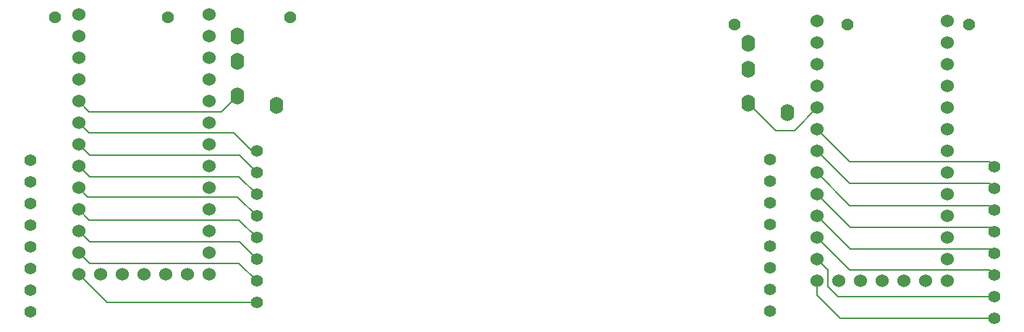
<source format=gbl>
G04 #@! TF.GenerationSoftware,KiCad,Pcbnew,8.0.7-8.0.7-0~ubuntu24.04.1*
G04 #@! TF.CreationDate,2025-01-01T20:03:56-05:00*
G04 #@! TF.ProjectId,promicro_rp2040_pcbholder_wiredver,70726f6d-6963-4726-9f5f-727032303430,rev?*
G04 #@! TF.SameCoordinates,Original*
G04 #@! TF.FileFunction,Copper,L2,Bot*
G04 #@! TF.FilePolarity,Positive*
%FSLAX46Y46*%
G04 Gerber Fmt 4.6, Leading zero omitted, Abs format (unit mm)*
G04 Created by KiCad (PCBNEW 8.0.7-8.0.7-0~ubuntu24.04.1) date 2025-01-01 20:03:56*
%MOMM*%
%LPD*%
G01*
G04 APERTURE LIST*
G04 #@! TA.AperFunction,ComponentPad*
%ADD10C,1.430000*%
G04 #@! TD*
G04 #@! TA.AperFunction,ComponentPad*
%ADD11C,1.400000*%
G04 #@! TD*
G04 #@! TA.AperFunction,ComponentPad*
%ADD12O,1.600000X2.000000*%
G04 #@! TD*
G04 #@! TA.AperFunction,ComponentPad*
%ADD13C,1.524000*%
G04 #@! TD*
G04 #@! TA.AperFunction,Conductor*
%ADD14C,0.200000*%
G04 #@! TD*
G04 APERTURE END LIST*
D10*
G04 #@! TO.P,,*
G04 #@! TO.N,*
X169452501Y-75642080D03*
G04 #@! TD*
G04 #@! TO.P,,*
G04 #@! TO.N,*
X90003826Y-74785830D03*
G04 #@! TD*
D11*
G04 #@! TO.P,J4,8,Pin_8*
G04 #@! TO.N,LRow8*
X199852501Y-110086250D03*
G04 #@! TO.P,J4,7,Pin_7*
G04 #@! TO.N,LRow7*
X199852501Y-107546250D03*
G04 #@! TO.P,J4,6,Pin_6*
G04 #@! TO.N,LRow6*
X199852501Y-105006250D03*
G04 #@! TO.P,J4,5,Pin_5*
G04 #@! TO.N,LRow5*
X199852501Y-102466250D03*
G04 #@! TO.P,J4,4,Pin_4*
G04 #@! TO.N,LRow4*
X199852501Y-99926250D03*
G04 #@! TO.P,J4,3,Pin_3*
G04 #@! TO.N,LRow3*
X199852501Y-97386250D03*
G04 #@! TO.P,J4,2,Pin_2*
G04 #@! TO.N,LRow2*
X199852501Y-94846250D03*
G04 #@! TO.P,J4,1,Pin_1*
G04 #@! TO.N,LRow1*
X199852501Y-92306250D03*
G04 #@! TD*
G04 #@! TO.P,J3,8,Pin_8*
G04 #@! TO.N,LCol8*
X173602501Y-109256250D03*
G04 #@! TO.P,J3,7,Pin_7*
G04 #@! TO.N,LCol7*
X173602501Y-106716250D03*
G04 #@! TO.P,J3,6,Pin_6*
G04 #@! TO.N,LCol6*
X173602501Y-104176250D03*
G04 #@! TO.P,J3,5,Pin_5*
G04 #@! TO.N,LCol5*
X173602501Y-101636250D03*
G04 #@! TO.P,J3,4,Pin_4*
G04 #@! TO.N,LCol4*
X173602501Y-99096250D03*
G04 #@! TO.P,J3,3,Pin_3*
G04 #@! TO.N,LCol3*
X173602501Y-96556250D03*
G04 #@! TO.P,J3,2,Pin_2*
G04 #@! TO.N,LCol2*
X173602501Y-94016250D03*
G04 #@! TO.P,J3,1,Pin_1*
G04 #@! TO.N,LCol1*
X173602501Y-91476250D03*
G04 #@! TD*
G04 #@! TO.P,J2,8,Pin_8*
G04 #@! TO.N,RRow8*
X113602501Y-108280000D03*
G04 #@! TO.P,J2,7,Pin_7*
G04 #@! TO.N,RRow7*
X113602501Y-105740000D03*
G04 #@! TO.P,J2,6,Pin_6*
G04 #@! TO.N,RRow6*
X113602501Y-103200000D03*
G04 #@! TO.P,J2,5,Pin_5*
G04 #@! TO.N,RRow5*
X113602501Y-100660000D03*
G04 #@! TO.P,J2,4,Pin_4*
G04 #@! TO.N,RRow4*
X113602501Y-98120000D03*
G04 #@! TO.P,J2,3,Pin_3*
G04 #@! TO.N,RRow3*
X113602501Y-95580000D03*
G04 #@! TO.P,J2,2,Pin_2*
G04 #@! TO.N,RRow2*
X113602501Y-93040000D03*
G04 #@! TO.P,J2,1,Pin_1*
G04 #@! TO.N,RRow1*
X113602501Y-90500000D03*
G04 #@! TD*
G04 #@! TO.P,J1,8,Pin_8*
G04 #@! TO.N,RCol8*
X87102501Y-109336250D03*
G04 #@! TO.P,J1,7,Pin_7*
G04 #@! TO.N,RCol7*
X87102501Y-106796250D03*
G04 #@! TO.P,J1,6,Pin_6*
G04 #@! TO.N,RCol6*
X87102501Y-104256250D03*
G04 #@! TO.P,J1,5,Pin_5*
G04 #@! TO.N,RCol5*
X87102501Y-101716250D03*
G04 #@! TO.P,J1,4,Pin_4*
G04 #@! TO.N,RCol4*
X87102501Y-99176250D03*
G04 #@! TO.P,J1,3,Pin_3*
G04 #@! TO.N,RCol3*
X87102501Y-96636250D03*
G04 #@! TO.P,J1,2,Pin_2*
G04 #@! TO.N,RCol2*
X87102501Y-94096250D03*
G04 #@! TO.P,J1,1,Pin_1*
G04 #@! TO.N,RCol1*
X87102501Y-91556250D03*
G04 #@! TD*
D12*
G04 #@! TO.P,U4,1,SLEEVE*
G04 #@! TO.N,LGND*
X175702501Y-85956250D03*
G04 #@! TO.P,U4,2,TIP*
G04 #@! TO.N,LVCC*
X171102501Y-84856250D03*
G04 #@! TO.P,U4,3,RING1*
G04 #@! TO.N,unconnected-(U4-RING1-Pad3)*
X171102501Y-80856250D03*
G04 #@! TO.P,U4,4,RING2*
G04 #@! TO.N,LData*
X171102501Y-77856250D03*
G04 #@! TD*
G04 #@! TO.P,U2,4,RING2*
G04 #@! TO.N,RData*
X111302501Y-77006250D03*
G04 #@! TO.P,U2,3,RING1*
G04 #@! TO.N,unconnected-(U2-RING1-Pad3)*
X111302501Y-80006250D03*
G04 #@! TO.P,U2,2,TIP*
G04 #@! TO.N,RVCC*
X111302501Y-84006250D03*
G04 #@! TO.P,U2,1,SLEEVE*
G04 #@! TO.N,RGND*
X115902501Y-85106250D03*
G04 #@! TD*
D13*
G04 #@! TO.P,U1,31,GP11*
G04 #@! TO.N,unconnected-(U1-GP11-Pad31)*
X92760000Y-74460000D03*
G04 #@! TO.P,U1,30,5v*
G04 #@! TO.N,unconnected-(U1-5v-Pad30)*
X92760000Y-77000000D03*
G04 #@! TO.P,U1,29,GND*
G04 #@! TO.N,unconnected-(U1-GND-Pad29)*
X92760000Y-79540000D03*
G04 #@! TO.P,U1,28,RST*
G04 #@! TO.N,unconnected-(U1-RST-Pad28)*
X92760000Y-82080000D03*
G04 #@! TO.P,U1,27,3.3v*
G04 #@! TO.N,RVCC*
X92760000Y-84620000D03*
G04 #@! TO.P,U1,26,GP29*
G04 #@! TO.N,RRow1*
X92760000Y-87160000D03*
G04 #@! TO.P,U1,25,GP28*
G04 #@! TO.N,RRow2*
X92760000Y-89700000D03*
G04 #@! TO.P,U1,24,GP27*
G04 #@! TO.N,RRow3*
X92760000Y-92240000D03*
G04 #@! TO.P,U1,23,GP26*
G04 #@! TO.N,RRow4*
X92760000Y-94780000D03*
G04 #@! TO.P,U1,22,GP22*
G04 #@! TO.N,RRow5*
X92760000Y-97320000D03*
G04 #@! TO.P,U1,21,GP20*
G04 #@! TO.N,RRow6*
X92760000Y-99860000D03*
G04 #@! TO.P,U1,20,GP23*
G04 #@! TO.N,RRow7*
X92760000Y-102400000D03*
G04 #@! TO.P,U1,19,GP21*
G04 #@! TO.N,RRow8*
X92760000Y-104940000D03*
G04 #@! TO.P,U1,18,GP16*
G04 #@! TO.N,unconnected-(U1-GP16-Pad18)*
X95300000Y-104940000D03*
G04 #@! TO.P,U1,17,GP15*
G04 #@! TO.N,unconnected-(U1-GP15-Pad17)*
X97840000Y-104940000D03*
G04 #@! TO.P,U1,16,GP14*
G04 #@! TO.N,unconnected-(U1-GP14-Pad16)*
X100380000Y-104940000D03*
G04 #@! TO.P,U1,15,GP13*
G04 #@! TO.N,unconnected-(U1-GP13-Pad15)*
X102920000Y-104940000D03*
G04 #@! TO.P,U1,14,GP12*
G04 #@! TO.N,unconnected-(U1-GP12-Pad14)*
X105460000Y-104940000D03*
G04 #@! TO.P,U1,13,GP9*
G04 #@! TO.N,RCol8*
X108000000Y-104940000D03*
G04 #@! TO.P,U1,12,GP8*
G04 #@! TO.N,RCol7*
X108000000Y-102400000D03*
G04 #@! TO.P,U1,11,GP7*
G04 #@! TO.N,RCol6*
X108000000Y-99860000D03*
G04 #@! TO.P,U1,10,GP6*
G04 #@! TO.N,RCol5*
X108000000Y-97320000D03*
G04 #@! TO.P,U1,9,GP5*
G04 #@! TO.N,RCol4*
X108000000Y-94780000D03*
G04 #@! TO.P,U1,8,GP4*
G04 #@! TO.N,RCol3*
X108000000Y-92240000D03*
G04 #@! TO.P,U1,7,GP3*
G04 #@! TO.N,RCol2*
X108000000Y-89700000D03*
G04 #@! TO.P,U1,6,GP2*
G04 #@! TO.N,RCol1*
X108000000Y-87160000D03*
G04 #@! TO.P,U1,5,GND*
G04 #@! TO.N,RGND*
X108000000Y-84620000D03*
G04 #@! TO.P,U1,4,GND*
G04 #@! TO.N,unconnected-(U1-GND-Pad4)*
X108000000Y-82080000D03*
G04 #@! TO.P,U1,3,GP1*
G04 #@! TO.N,unconnected-(U1-GP1-Pad3)*
X108000000Y-79540000D03*
G04 #@! TO.P,U1,2,GP0*
G04 #@! TO.N,RData*
X108000000Y-77000000D03*
G04 #@! TO.P,U1,1,GP10*
G04 #@! TO.N,unconnected-(U1-GP10-Pad1)*
X108000000Y-74460000D03*
G04 #@! TD*
G04 #@! TO.P,U3,1,GP10*
G04 #@! TO.N,unconnected-(U3-GP10-Pad1)*
X194402501Y-75256250D03*
G04 #@! TO.P,U3,2,GP0*
G04 #@! TO.N,LData*
X194402501Y-77796250D03*
G04 #@! TO.P,U3,3,GP1*
G04 #@! TO.N,unconnected-(U3-GP1-Pad3)*
X194402501Y-80336250D03*
G04 #@! TO.P,U3,4,GND*
G04 #@! TO.N,unconnected-(U3-GND-Pad4)*
X194402501Y-82876250D03*
G04 #@! TO.P,U3,5,GND*
G04 #@! TO.N,unconnected-(U3-GND-Pad5)*
X194402501Y-85416250D03*
G04 #@! TO.P,U3,6,GP2*
G04 #@! TO.N,LCol1*
X194402501Y-87956250D03*
G04 #@! TO.P,U3,7,GP3*
G04 #@! TO.N,LCol2*
X194402501Y-90496250D03*
G04 #@! TO.P,U3,8,GP4*
G04 #@! TO.N,LCol3*
X194402501Y-93036250D03*
G04 #@! TO.P,U3,9,GP5*
G04 #@! TO.N,LCol4*
X194402501Y-95576250D03*
G04 #@! TO.P,U3,10,GP6*
G04 #@! TO.N,LCol5*
X194402501Y-98116250D03*
G04 #@! TO.P,U3,11,GP7*
G04 #@! TO.N,LCol6*
X194402501Y-100656250D03*
G04 #@! TO.P,U3,12,GP8*
G04 #@! TO.N,LCol7*
X194402501Y-103196250D03*
G04 #@! TO.P,U3,13,GP9*
G04 #@! TO.N,LCol8*
X194402501Y-105736250D03*
G04 #@! TO.P,U3,14,GP12*
G04 #@! TO.N,unconnected-(U3-GP12-Pad14)*
X191862501Y-105736250D03*
G04 #@! TO.P,U3,15,GP13*
G04 #@! TO.N,unconnected-(U3-GP13-Pad15)*
X189322501Y-105736250D03*
G04 #@! TO.P,U3,16,GP14*
G04 #@! TO.N,unconnected-(U3-GP14-Pad16)*
X186782501Y-105736250D03*
G04 #@! TO.P,U3,17,GP15*
G04 #@! TO.N,unconnected-(U3-GP15-Pad17)*
X184242501Y-105736250D03*
G04 #@! TO.P,U3,18,GP16*
G04 #@! TO.N,unconnected-(U3-GP16-Pad18)*
X181702501Y-105736250D03*
G04 #@! TO.P,U3,19,GP21*
G04 #@! TO.N,LRow8*
X179162501Y-105736250D03*
G04 #@! TO.P,U3,20,GP23*
G04 #@! TO.N,LRow7*
X179162501Y-103196250D03*
G04 #@! TO.P,U3,21,GP20*
G04 #@! TO.N,LRow6*
X179162501Y-100656250D03*
G04 #@! TO.P,U3,22,GP22*
G04 #@! TO.N,LRow5*
X179162501Y-98116250D03*
G04 #@! TO.P,U3,23,GP26*
G04 #@! TO.N,LRow4*
X179162501Y-95576250D03*
G04 #@! TO.P,U3,24,GP27*
G04 #@! TO.N,LRow3*
X179162501Y-93036250D03*
G04 #@! TO.P,U3,25,GP28*
G04 #@! TO.N,LRow2*
X179162501Y-90496250D03*
G04 #@! TO.P,U3,26,GP29*
G04 #@! TO.N,LRow1*
X179162501Y-87956250D03*
G04 #@! TO.P,U3,27,3.3v*
G04 #@! TO.N,LVCC*
X179162501Y-85416250D03*
G04 #@! TO.P,U3,28,RST*
G04 #@! TO.N,unconnected-(U3-RST-Pad28)*
X179162501Y-82876250D03*
G04 #@! TO.P,U3,29,GND*
G04 #@! TO.N,LGND*
X179162501Y-80336250D03*
G04 #@! TO.P,U3,30,5v*
G04 #@! TO.N,unconnected-(U3-5v-Pad30)*
X179162501Y-77796250D03*
G04 #@! TO.P,U3,31,GP11*
G04 #@! TO.N,unconnected-(U3-GP11-Pad31)*
X179162501Y-75256250D03*
G04 #@! TD*
D10*
G04 #@! TO.P,,*
G04 #@! TO.N,*
X103216326Y-74785830D03*
G04 #@! TD*
G04 #@! TO.P,,*
G04 #@! TO.N,*
X182665001Y-75642080D03*
G04 #@! TD*
G04 #@! TO.P,,*
G04 #@! TO.N,*
X196952501Y-75642080D03*
G04 #@! TD*
G04 #@! TO.P,,*
G04 #@! TO.N,*
X117503826Y-74785830D03*
G04 #@! TD*
D14*
G04 #@! TO.N,LRow6*
X199852501Y-105006250D02*
X199302501Y-104456250D01*
X199302501Y-104456250D02*
X182962501Y-104456250D01*
X182962501Y-104456250D02*
X179162501Y-100656250D01*
G04 #@! TO.N,LRow5*
X199852501Y-102466250D02*
X199342501Y-101956250D01*
X199342501Y-101956250D02*
X183002501Y-101956250D01*
X183002501Y-101956250D02*
X179162501Y-98116250D01*
G04 #@! TO.N,LRow4*
X199852501Y-99926250D02*
X199332501Y-99406250D01*
X199332501Y-99406250D02*
X182992501Y-99406250D01*
X182992501Y-99406250D02*
X179162501Y-95576250D01*
G04 #@! TO.N,LRow3*
X199852501Y-97386250D02*
X199322501Y-96856250D01*
X199322501Y-96856250D02*
X182982501Y-96856250D01*
X182982501Y-96856250D02*
X179162501Y-93036250D01*
G04 #@! TO.N,LRow2*
X199852501Y-94846250D02*
X199312501Y-94306250D01*
X199312501Y-94306250D02*
X182972501Y-94306250D01*
X182972501Y-94306250D02*
X179162501Y-90496250D01*
G04 #@! TO.N,LRow1*
X199852501Y-92306250D02*
X199302501Y-91756250D01*
X199302501Y-91756250D02*
X182962501Y-91756250D01*
X182962501Y-91756250D02*
X179162501Y-87956250D01*
G04 #@! TO.N,LRow7*
X199852501Y-107546250D02*
X181594606Y-107546250D01*
X181594606Y-107546250D02*
X180402501Y-106354145D01*
X180402501Y-106354145D02*
X180402501Y-104436250D01*
X180402501Y-104436250D02*
X179162501Y-103196250D01*
G04 #@! TO.N,LRow8*
X199852501Y-110086250D02*
X181882501Y-110086250D01*
X181882501Y-110086250D02*
X179162501Y-107366250D01*
X179162501Y-107366250D02*
X179162501Y-105736250D01*
G04 #@! TO.N,LVCC*
X171102501Y-84856250D02*
X174352501Y-88106250D01*
X174352501Y-88106250D02*
X176472501Y-88106250D01*
X176472501Y-88106250D02*
X179162501Y-85416250D01*
G04 #@! TO.N,RRow7*
X113602501Y-105740000D02*
X111518751Y-103656250D01*
X111518751Y-103656250D02*
X94016250Y-103656250D01*
X94016250Y-103656250D02*
X92760000Y-102400000D01*
G04 #@! TO.N,RRow6*
X113602501Y-103200000D02*
X111558751Y-101156250D01*
X111558751Y-101156250D02*
X94056250Y-101156250D01*
X94056250Y-101156250D02*
X92760000Y-99860000D01*
G04 #@! TO.N,RRow5*
X113602501Y-100660000D02*
X111498751Y-98556250D01*
X111498751Y-98556250D02*
X93996250Y-98556250D01*
X93996250Y-98556250D02*
X92760000Y-97320000D01*
G04 #@! TO.N,RRow3*
X113602501Y-95580000D02*
X111528751Y-93506250D01*
X111528751Y-93506250D02*
X94026250Y-93506250D01*
X94026250Y-93506250D02*
X92760000Y-92240000D01*
G04 #@! TO.N,RRow2*
X113602501Y-93040000D02*
X111568751Y-91006250D01*
X111568751Y-91006250D02*
X94066250Y-91006250D01*
X94066250Y-91006250D02*
X92760000Y-89700000D01*
G04 #@! TO.N,RRow1*
X113602501Y-90500000D02*
X113000000Y-90500000D01*
X113000000Y-90500000D02*
X110856250Y-88356250D01*
X110856250Y-88356250D02*
X93956250Y-88356250D01*
X93956250Y-88356250D02*
X92760000Y-87160000D01*
G04 #@! TO.N,RVCC*
X111302501Y-84006250D02*
X109452501Y-85856250D01*
X109452501Y-85856250D02*
X93996250Y-85856250D01*
X93996250Y-85856250D02*
X92760000Y-84620000D01*
G04 #@! TO.N,RRow8*
X113602501Y-108280000D02*
X96100000Y-108280000D01*
X96100000Y-108280000D02*
X92760000Y-104940000D01*
G04 #@! TO.N,RRow4*
X111324501Y-95842000D02*
X93822000Y-95842000D01*
X93822000Y-95842000D02*
X92760000Y-94780000D01*
X113602501Y-98120000D02*
X111324501Y-95842000D01*
G04 #@! TD*
M02*

</source>
